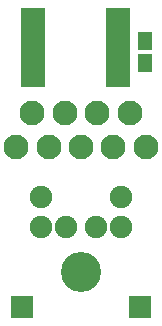
<source format=gbs>
G04 This is an RS-274x file exported by *
G04 gerbv version 2.6A *
G04 More information is available about gerbv at *
G04 http://gerbv.geda-project.org/ *
G04 --End of header info--*
%MOIN*%
%FSLAX34Y34*%
%IPPOS*%
G04 --Define apertures--*
%ADD10C,0.0039*%
%ADD11R,0.0453X0.0630*%
%ADD12C,0.1339*%
%ADD13C,0.0748*%
%ADD14R,0.0846X0.0335*%
%ADD15R,0.0748X0.0748*%
%ADD16C,0.1929*%
%ADD17C,0.0827*%
G04 --Start main section--*
G54D11*
G01X0061575Y-035217D03*
G01X0061575Y-035965D03*
G54D12*
G01X0059449Y-042913D03*
G54D13*
G01X0058937Y-041417D03*
G01X0059961Y-041417D03*
G01X0060787Y-041417D03*
G01X0058110Y-041417D03*
G01X0060787Y-040433D03*
G01X0058110Y-040433D03*
G54D14*
G01X0057835Y-036585D03*
G01X0057835Y-036329D03*
G01X0057835Y-036073D03*
G01X0057835Y-035817D03*
G01X0057835Y-035561D03*
G01X0057835Y-035305D03*
G01X0057835Y-035049D03*
G01X0057835Y-034793D03*
G01X0057835Y-034537D03*
G01X0057835Y-034281D03*
G01X0060669Y-034281D03*
G01X0060669Y-034537D03*
G01X0060669Y-034793D03*
G01X0060669Y-035049D03*
G01X0060669Y-035305D03*
G01X0060669Y-035561D03*
G01X0060669Y-035817D03*
G01X0060669Y-036073D03*
G01X0060669Y-036329D03*
G01X0060669Y-036585D03*
G54D15*
G01X0057480Y-044094D03*
G01X0061417Y-044094D03*
G54D17*
G01X0057291Y-038748D03*
G01X0058370Y-038748D03*
G01X0059449Y-038748D03*
G01X0060528Y-038748D03*
G01X0061606Y-038748D03*
G01X0057831Y-037630D03*
G01X0058909Y-037630D03*
G01X0059988Y-037630D03*
G01X0061067Y-037630D03*
M02*

</source>
